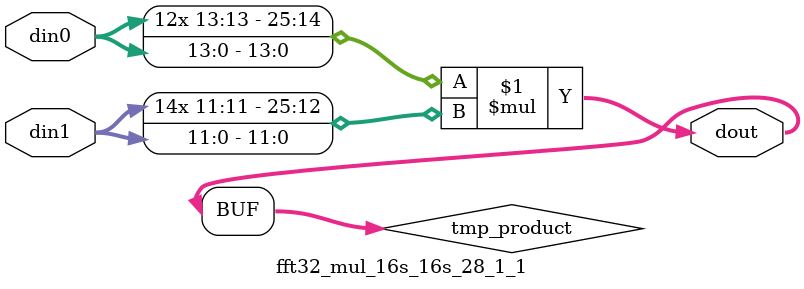
<source format=v>

`timescale 1 ns / 1 ps

  module fft32_mul_16s_16s_28_1_1(din0, din1, dout);
parameter ID = 1;
parameter NUM_STAGE = 0;
parameter din0_WIDTH = 14;
parameter din1_WIDTH = 12;
parameter dout_WIDTH = 26;

input [din0_WIDTH - 1 : 0] din0; 
input [din1_WIDTH - 1 : 0] din1; 
output [dout_WIDTH - 1 : 0] dout;

wire signed [dout_WIDTH - 1 : 0] tmp_product;













assign tmp_product = $signed(din0) * $signed(din1);








assign dout = tmp_product;







endmodule

</source>
